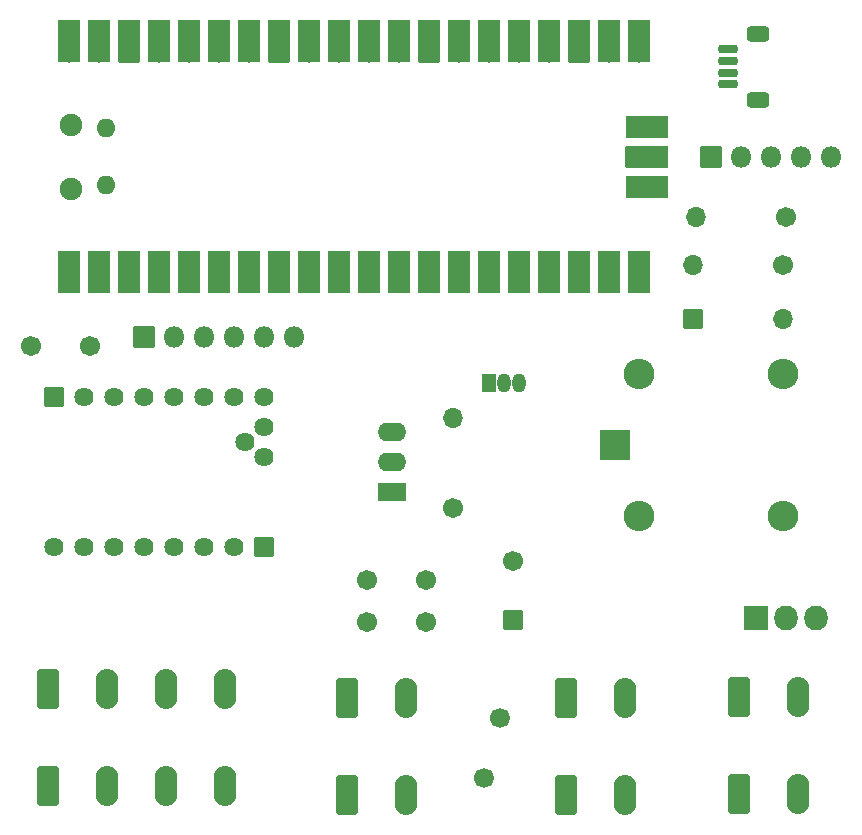
<source format=gbr>
%TF.GenerationSoftware,KiCad,Pcbnew,7.0.1*%
%TF.CreationDate,2023-03-31T16:58:59-04:00*%
%TF.ProjectId,KiwiBoard,4b697769-426f-4617-9264-2e6b69636164,rev?*%
%TF.SameCoordinates,Original*%
%TF.FileFunction,Soldermask,Top*%
%TF.FilePolarity,Negative*%
%FSLAX46Y46*%
G04 Gerber Fmt 4.6, Leading zero omitted, Abs format (unit mm)*
G04 Created by KiCad (PCBNEW 7.0.1) date 2023-03-31 16:58:59*
%MOMM*%
%LPD*%
G01*
G04 APERTURE LIST*
G04 Aperture macros list*
%AMRoundRect*
0 Rectangle with rounded corners*
0 $1 Rounding radius*
0 $2 $3 $4 $5 $6 $7 $8 $9 X,Y pos of 4 corners*
0 Add a 4 corners polygon primitive as box body*
4,1,4,$2,$3,$4,$5,$6,$7,$8,$9,$2,$3,0*
0 Add four circle primitives for the rounded corners*
1,1,$1+$1,$2,$3*
1,1,$1+$1,$4,$5*
1,1,$1+$1,$6,$7*
1,1,$1+$1,$8,$9*
0 Add four rect primitives between the rounded corners*
20,1,$1+$1,$2,$3,$4,$5,0*
20,1,$1+$1,$4,$5,$6,$7,0*
20,1,$1+$1,$6,$7,$8,$9,0*
20,1,$1+$1,$8,$9,$2,$3,0*%
G04 Aperture macros list end*
%ADD10RoundRect,0.050800X0.850000X-0.850000X0.850000X0.850000X-0.850000X0.850000X-0.850000X-0.850000X0*%
%ADD11O,1.801600X1.801600*%
%ADD12RoundRect,0.300800X-0.650000X-1.400000X0.650000X-1.400000X0.650000X1.400000X-0.650000X1.400000X0*%
%ADD13O,1.901600X3.401600*%
%ADD14C,1.691600*%
%ADD15RoundRect,0.050800X-0.525000X-0.750000X0.525000X-0.750000X0.525000X0.750000X-0.525000X0.750000X0*%
%ADD16O,1.151600X1.601600*%
%ADD17RoundRect,0.200800X-0.625000X0.150000X-0.625000X-0.150000X0.625000X-0.150000X0.625000X0.150000X0*%
%ADD18RoundRect,0.300800X-0.650000X0.350000X-0.650000X-0.350000X0.650000X-0.350000X0.650000X0.350000X0*%
%ADD19RoundRect,0.050800X0.800000X-0.800000X0.800000X0.800000X-0.800000X0.800000X-0.800000X-0.800000X0*%
%ADD20C,1.701600*%
%ADD21RoundRect,0.050800X-0.952500X-1.000000X0.952500X-1.000000X0.952500X1.000000X-0.952500X1.000000X0*%
%ADD22O,2.006600X2.101600*%
%ADD23O,1.701600X1.701600*%
%ADD24RoundRect,0.050800X-0.800000X-0.800000X0.800000X-0.800000X0.800000X0.800000X-0.800000X0.800000X0*%
%ADD25RoundRect,0.050800X0.762000X-0.762000X0.762000X0.762000X-0.762000X0.762000X-0.762000X-0.762000X0*%
%ADD26C,1.625600*%
%ADD27O,1.901600X1.901600*%
%ADD28O,1.601600X1.601600*%
%ADD29RoundRect,0.050800X0.850000X-1.750000X0.850000X1.750000X-0.850000X1.750000X-0.850000X-1.750000X0*%
%ADD30RoundRect,0.050800X1.750000X0.850000X-1.750000X0.850000X-1.750000X-0.850000X1.750000X-0.850000X0*%
%ADD31RoundRect,0.050800X1.150000X-0.750000X1.150000X0.750000X-1.150000X0.750000X-1.150000X-0.750000X0*%
%ADD32O,2.401600X1.601600*%
%ADD33RoundRect,0.050800X1.250000X-1.250000X1.250000X1.250000X-1.250000X1.250000X-1.250000X-1.250000X0*%
%ADD34O,2.601600X2.601600*%
G04 APERTURE END LIST*
D10*
%TO.C,EXPANSION*%
X61468000Y-67818000D03*
D11*
X64008000Y-67818000D03*
X66548000Y-67818000D03*
X69088000Y-67818000D03*
X71628000Y-67818000D03*
X74168000Y-67818000D03*
%TD*%
D12*
%TO.C,J1*%
X78642000Y-98422500D03*
X78642000Y-106622500D03*
D13*
X83642000Y-98422500D03*
X83642000Y-106622500D03*
%TD*%
D14*
%TO.C,F1*%
X90232000Y-105166000D03*
X91632000Y-100066000D03*
%TD*%
D15*
%TO.C,Q1*%
X90678000Y-71734000D03*
D16*
X91948000Y-71734000D03*
X93218000Y-71734000D03*
%TD*%
D17*
%TO.C,J5*%
X110943000Y-43458000D03*
X110943000Y-44458000D03*
X110943000Y-45458000D03*
X110943000Y-46458000D03*
D18*
X113468000Y-42158000D03*
X113468000Y-47758000D03*
%TD*%
D19*
%TO.C,C4*%
X92710000Y-91810651D03*
D20*
X92710000Y-86810651D03*
%TD*%
%TO.C,C3*%
X51856000Y-68580000D03*
X56856000Y-68580000D03*
%TD*%
%TO.C,C1*%
X85344000Y-91948000D03*
X80344000Y-91948000D03*
%TD*%
D21*
%TO.C,Q2*%
X113284000Y-91623000D03*
D22*
X115824000Y-91623000D03*
X118364000Y-91623000D03*
%TD*%
D20*
%TO.C,C2*%
X85344000Y-88392000D03*
X80344000Y-88392000D03*
%TD*%
%TO.C,R1*%
X87630000Y-82296000D03*
D23*
X87630000Y-74676000D03*
%TD*%
D24*
%TO.C,D1*%
X107950000Y-66294000D03*
D23*
X115570000Y-66294000D03*
%TD*%
D12*
%TO.C,J3*%
X111840000Y-98298000D03*
X111840000Y-106498000D03*
D13*
X116840000Y-98298000D03*
X116840000Y-106498000D03*
%TD*%
D25*
%TO.C,U4*%
X53848000Y-72898000D03*
D26*
X56388000Y-72898000D03*
X58928000Y-72898000D03*
X61468000Y-72898000D03*
X64008000Y-72898000D03*
X66548000Y-72898000D03*
X69088000Y-72898000D03*
X71628000Y-72898000D03*
D25*
X71628000Y-85598000D03*
D26*
X69088000Y-85598000D03*
X66548000Y-85598000D03*
X64008000Y-85598000D03*
X61468000Y-85598000D03*
X58928000Y-85598000D03*
X56388000Y-85598000D03*
X53848000Y-85598000D03*
X71628000Y-77978000D03*
X71628000Y-75438000D03*
X69977000Y-76708000D03*
%TD*%
D20*
%TO.C,R3*%
X115824000Y-57658000D03*
D23*
X108204000Y-57658000D03*
%TD*%
D27*
%TO.C,U1*%
X55248000Y-55303000D03*
D28*
X58278000Y-55003000D03*
X58278000Y-50153000D03*
D27*
X55248000Y-49853000D03*
D11*
X55118000Y-61468000D03*
D29*
X55118000Y-62368000D03*
D11*
X57658000Y-61468000D03*
D29*
X57658000Y-62368000D03*
D10*
X60198000Y-61468000D03*
D29*
X60198000Y-62368000D03*
D11*
X62738000Y-61468000D03*
D29*
X62738000Y-62368000D03*
D11*
X65278000Y-61468000D03*
D29*
X65278000Y-62368000D03*
D11*
X67818000Y-61468000D03*
D29*
X67818000Y-62368000D03*
D11*
X70358000Y-61468000D03*
D29*
X70358000Y-62368000D03*
D10*
X72898000Y-61468000D03*
D29*
X72898000Y-62368000D03*
D11*
X75438000Y-61468000D03*
D29*
X75438000Y-62368000D03*
D11*
X77978000Y-61468000D03*
D29*
X77978000Y-62368000D03*
D11*
X80518000Y-61468000D03*
D29*
X80518000Y-62368000D03*
D11*
X83058000Y-61468000D03*
D29*
X83058000Y-62368000D03*
D10*
X85598000Y-61468000D03*
D29*
X85598000Y-62368000D03*
D11*
X88138000Y-61468000D03*
D29*
X88138000Y-62368000D03*
D11*
X90678000Y-61468000D03*
D29*
X90678000Y-62368000D03*
D11*
X93218000Y-61468000D03*
D29*
X93218000Y-62368000D03*
D11*
X95758000Y-61468000D03*
D29*
X95758000Y-62368000D03*
D10*
X98298000Y-61468000D03*
D29*
X98298000Y-62368000D03*
D11*
X100838000Y-61468000D03*
D29*
X100838000Y-62368000D03*
D11*
X103378000Y-61468000D03*
D29*
X103378000Y-62368000D03*
D11*
X103378000Y-43688000D03*
D29*
X103378000Y-42788000D03*
D11*
X100838000Y-43688000D03*
D29*
X100838000Y-42788000D03*
D10*
X98298000Y-43688000D03*
D29*
X98298000Y-42788000D03*
D11*
X95758000Y-43688000D03*
D29*
X95758000Y-42788000D03*
D11*
X93218000Y-43688000D03*
D29*
X93218000Y-42788000D03*
D11*
X90678000Y-43688000D03*
D29*
X90678000Y-42788000D03*
D11*
X88138000Y-43688000D03*
D29*
X88138000Y-42788000D03*
D10*
X85598000Y-43688000D03*
D29*
X85598000Y-42788000D03*
D11*
X83058000Y-43688000D03*
D29*
X83058000Y-42788000D03*
D11*
X80518000Y-43688000D03*
D29*
X80518000Y-42788000D03*
D11*
X77978000Y-43688000D03*
D29*
X77978000Y-42788000D03*
D11*
X75438000Y-43688000D03*
D29*
X75438000Y-42788000D03*
D10*
X72898000Y-43688000D03*
D29*
X72898000Y-42788000D03*
D11*
X70358000Y-43688000D03*
D29*
X70358000Y-42788000D03*
D11*
X67818000Y-43688000D03*
D29*
X67818000Y-42788000D03*
D11*
X65278000Y-43688000D03*
D29*
X65278000Y-42788000D03*
D11*
X62738000Y-43688000D03*
D29*
X62738000Y-42788000D03*
D10*
X60198000Y-43688000D03*
D29*
X60198000Y-42788000D03*
D11*
X57658000Y-43688000D03*
D29*
X57658000Y-42788000D03*
D11*
X55118000Y-43688000D03*
D29*
X55118000Y-42788000D03*
D11*
X103148000Y-55118000D03*
D30*
X104048000Y-55118000D03*
D10*
X103148000Y-52578000D03*
D30*
X104048000Y-52578000D03*
D11*
X103148000Y-50038000D03*
D30*
X104048000Y-50038000D03*
%TD*%
D12*
%TO.C,J2*%
X97184000Y-98422500D03*
X97184000Y-106622500D03*
D13*
X102184000Y-98422500D03*
X102184000Y-106622500D03*
%TD*%
D10*
%TO.C,J6*%
X109474000Y-52578000D03*
D11*
X112014000Y-52578000D03*
X114554000Y-52578000D03*
X117094000Y-52578000D03*
X119634000Y-52578000D03*
%TD*%
D12*
%TO.C,J4*%
X53322000Y-97660500D03*
X53322000Y-105860500D03*
D13*
X58322000Y-97660500D03*
X58322000Y-105860500D03*
X63322000Y-97660500D03*
X63322000Y-105860500D03*
X68322000Y-97660500D03*
X68322000Y-105860500D03*
%TD*%
D31*
%TO.C,U2*%
X82471500Y-80933000D03*
D32*
X82471500Y-78393000D03*
X82471500Y-75853000D03*
%TD*%
D33*
%TO.C,K1*%
X101354500Y-76962000D03*
D34*
X103354500Y-82962000D03*
X115554500Y-82962000D03*
X115554500Y-70962000D03*
X103354500Y-70962000D03*
%TD*%
D20*
%TO.C,R2*%
X115570000Y-61722000D03*
D23*
X107950000Y-61722000D03*
%TD*%
M02*

</source>
